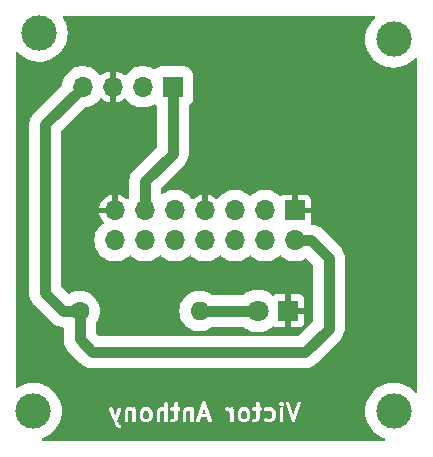
<source format=gbr>
%TF.GenerationSoftware,KiCad,Pcbnew,8.0.3*%
%TF.CreationDate,2024-11-25T08:52:28-03:00*%
%TF.ProjectId,v2pcb_embarcados,76327063-625f-4656-9d62-61726361646f,rev?*%
%TF.SameCoordinates,Original*%
%TF.FileFunction,Copper,L2,Bot*%
%TF.FilePolarity,Positive*%
%FSLAX46Y46*%
G04 Gerber Fmt 4.6, Leading zero omitted, Abs format (unit mm)*
G04 Created by KiCad (PCBNEW 8.0.3) date 2024-11-25 08:52:28*
%MOMM*%
%LPD*%
G01*
G04 APERTURE LIST*
%ADD10C,0.300000*%
%TA.AperFunction,ComponentPad*%
%ADD11C,1.600000*%
%TD*%
%TA.AperFunction,ComponentPad*%
%ADD12O,1.600000X1.600000*%
%TD*%
%TA.AperFunction,ComponentPad*%
%ADD13R,1.700000X1.700000*%
%TD*%
%TA.AperFunction,ComponentPad*%
%ADD14O,1.700000X1.700000*%
%TD*%
%TA.AperFunction,ComponentPad*%
%ADD15R,1.800000X1.800000*%
%TD*%
%TA.AperFunction,ComponentPad*%
%ADD16C,1.800000*%
%TD*%
%TA.AperFunction,ViaPad*%
%ADD17C,3.000000*%
%TD*%
%TA.AperFunction,Conductor*%
%ADD18C,0.900000*%
%TD*%
G04 APERTURE END LIST*
D10*
G36*
X86710528Y-124991680D02*
G01*
X86749194Y-125028671D01*
X86795689Y-125118222D01*
X86797940Y-125475855D01*
X86754637Y-125565867D01*
X86717646Y-125604532D01*
X86627750Y-125651206D01*
X86483978Y-125652908D01*
X86394736Y-125609975D01*
X86356074Y-125572987D01*
X86309576Y-125483432D01*
X86307325Y-125125800D01*
X86350627Y-125035789D01*
X86387619Y-124997124D01*
X86477517Y-124950449D01*
X86621287Y-124948747D01*
X86710528Y-124991680D01*
G37*
G36*
X94996242Y-124991680D02*
G01*
X95034908Y-125028671D01*
X95081403Y-125118222D01*
X95083654Y-125475855D01*
X95040351Y-125565867D01*
X95003360Y-125604532D01*
X94913464Y-125651206D01*
X94769692Y-125652908D01*
X94680450Y-125609975D01*
X94641788Y-125572987D01*
X94595290Y-125483432D01*
X94593039Y-125125800D01*
X94636341Y-125035789D01*
X94673333Y-124997124D01*
X94763231Y-124950449D01*
X94907001Y-124948747D01*
X94996242Y-124991680D01*
G37*
G36*
X91596526Y-125223055D02*
G01*
X91294564Y-125224226D01*
X91444839Y-124770696D01*
X91596526Y-125223055D01*
G37*
G36*
X99832408Y-126616317D02*
G01*
X83273290Y-126616317D01*
X83273290Y-124822750D01*
X83439957Y-124822750D01*
X83447086Y-124851278D01*
X83798055Y-125825860D01*
X83798026Y-125828295D01*
X83799872Y-125834661D01*
X83800007Y-125837361D01*
X83801680Y-125840894D01*
X83806218Y-125856537D01*
X83962620Y-126239780D01*
X83963269Y-126240445D01*
X83963626Y-126241306D01*
X83982281Y-126264037D01*
X84057436Y-126335938D01*
X84067809Y-126347899D01*
X84074032Y-126351816D01*
X84076441Y-126354121D01*
X84080102Y-126355637D01*
X84092694Y-126363564D01*
X84263015Y-126445502D01*
X84321395Y-126449650D01*
X84376918Y-126431142D01*
X84421133Y-126392795D01*
X84447307Y-126340446D01*
X84451455Y-126282066D01*
X84432947Y-126226544D01*
X84394601Y-126182329D01*
X84369715Y-126166664D01*
X84251879Y-126109975D01*
X84217243Y-126076839D01*
X84104611Y-125800848D01*
X84382894Y-125015114D01*
X84724062Y-125015114D01*
X84726944Y-125830092D01*
X84749342Y-125884164D01*
X84790726Y-125925548D01*
X84844798Y-125947946D01*
X84903326Y-125947946D01*
X84957398Y-125925548D01*
X84998782Y-125884164D01*
X85021180Y-125830092D01*
X85024062Y-125800828D01*
X85021423Y-125054762D01*
X85055369Y-124984199D01*
X85120374Y-124950449D01*
X85264144Y-124948747D01*
X85353385Y-124991680D01*
X85367491Y-125005174D01*
X85369801Y-125830092D01*
X85392199Y-125884164D01*
X85433583Y-125925548D01*
X85487655Y-125947946D01*
X85546183Y-125947946D01*
X85600255Y-125925548D01*
X85641639Y-125884164D01*
X85664037Y-125830092D01*
X85666919Y-125800828D01*
X85664919Y-125086542D01*
X86009776Y-125086542D01*
X86012329Y-125492225D01*
X86010954Y-125496353D01*
X86012491Y-125517992D01*
X86012658Y-125544378D01*
X86014721Y-125549358D01*
X86015103Y-125554733D01*
X86025612Y-125582196D01*
X86099623Y-125724742D01*
X86106484Y-125741305D01*
X86111218Y-125747074D01*
X86112706Y-125749939D01*
X86115700Y-125752536D01*
X86125138Y-125764036D01*
X86200291Y-125835937D01*
X86210666Y-125847899D01*
X86216889Y-125851816D01*
X86219297Y-125854120D01*
X86222956Y-125855635D01*
X86235551Y-125863564D01*
X86360076Y-125923470D01*
X86362154Y-125925548D01*
X86378276Y-125932226D01*
X86405872Y-125945502D01*
X86411247Y-125945883D01*
X86416226Y-125947946D01*
X86445490Y-125950828D01*
X86637723Y-125948553D01*
X86641014Y-125949650D01*
X86660192Y-125948287D01*
X86689040Y-125947946D01*
X86694018Y-125945883D01*
X86699394Y-125945502D01*
X86726858Y-125934992D01*
X86869399Y-125860983D01*
X86885968Y-125854121D01*
X86891738Y-125849385D01*
X86894601Y-125847899D01*
X86897197Y-125844905D01*
X86908699Y-125835466D01*
X86980600Y-125760310D01*
X86992561Y-125749938D01*
X86996478Y-125743714D01*
X86998783Y-125741306D01*
X87000299Y-125737644D01*
X87008226Y-125725053D01*
X87068132Y-125600527D01*
X87070210Y-125598450D01*
X87076888Y-125582327D01*
X87090164Y-125554732D01*
X87090545Y-125549356D01*
X87092608Y-125544378D01*
X87095490Y-125515114D01*
X87092936Y-125109431D01*
X87094312Y-125105304D01*
X87092774Y-125083658D01*
X87092608Y-125057278D01*
X87090545Y-125052299D01*
X87090164Y-125046924D01*
X87079654Y-125019461D01*
X87077397Y-125015114D01*
X87438348Y-125015114D01*
X87441230Y-125830092D01*
X87463628Y-125884164D01*
X87505012Y-125925548D01*
X87559084Y-125947946D01*
X87617612Y-125947946D01*
X87671684Y-125925548D01*
X87713068Y-125884164D01*
X87735466Y-125830092D01*
X87738348Y-125800828D01*
X87735709Y-125054762D01*
X87769655Y-124984199D01*
X87834660Y-124950449D01*
X87978430Y-124948747D01*
X88067671Y-124991680D01*
X88082533Y-125005898D01*
X88084087Y-125830092D01*
X88106485Y-125884164D01*
X88147869Y-125925548D01*
X88201941Y-125947946D01*
X88260469Y-125947946D01*
X88314541Y-125925548D01*
X88355925Y-125884164D01*
X88378323Y-125830092D01*
X88381205Y-125800828D01*
X88379265Y-124771564D01*
X88584087Y-124771564D01*
X88584087Y-124830092D01*
X88606485Y-124884164D01*
X88647869Y-124925548D01*
X88701941Y-124947946D01*
X88731205Y-124950828D01*
X88939770Y-124949827D01*
X88941078Y-125546701D01*
X88907038Y-125617457D01*
X88841723Y-125651369D01*
X88701941Y-125653710D01*
X88647869Y-125676108D01*
X88606485Y-125717492D01*
X88584087Y-125771564D01*
X88584087Y-125830092D01*
X88606485Y-125884164D01*
X88647869Y-125925548D01*
X88701941Y-125947946D01*
X88731205Y-125950828D01*
X88852729Y-125948793D01*
X88855300Y-125949650D01*
X88871869Y-125948472D01*
X88903326Y-125947946D01*
X88908304Y-125945883D01*
X88913680Y-125945502D01*
X88941144Y-125934992D01*
X89077034Y-125864437D01*
X89091203Y-125859714D01*
X89098768Y-125853152D01*
X89108887Y-125847899D01*
X89121209Y-125833690D01*
X89135418Y-125821368D01*
X89144740Y-125806558D01*
X89147233Y-125803684D01*
X89148002Y-125801376D01*
X89151083Y-125796482D01*
X89210991Y-125671954D01*
X89213068Y-125669878D01*
X89219744Y-125653760D01*
X89233022Y-125626161D01*
X89233404Y-125620783D01*
X89235466Y-125615806D01*
X89238348Y-125586542D01*
X89237095Y-125015114D01*
X89652634Y-125015114D01*
X89655516Y-125830092D01*
X89677914Y-125884164D01*
X89719298Y-125925548D01*
X89773370Y-125947946D01*
X89831898Y-125947946D01*
X89885970Y-125925548D01*
X89927354Y-125884164D01*
X89949752Y-125830092D01*
X89952634Y-125800828D01*
X89949995Y-125054762D01*
X89983941Y-124984199D01*
X90048946Y-124950449D01*
X90192716Y-124948747D01*
X90281957Y-124991680D01*
X90296063Y-125005174D01*
X90298373Y-125830092D01*
X90320771Y-125884164D01*
X90362155Y-125925548D01*
X90416227Y-125947946D01*
X90474755Y-125947946D01*
X90528827Y-125925548D01*
X90570211Y-125884164D01*
X90592609Y-125830092D01*
X90595491Y-125800828D01*
X90595438Y-125782067D01*
X90796668Y-125782067D01*
X90800817Y-125840448D01*
X90826991Y-125892795D01*
X90871205Y-125931142D01*
X90926729Y-125949650D01*
X90985110Y-125945501D01*
X91037457Y-125919327D01*
X91075804Y-125875113D01*
X91087792Y-125848262D01*
X91195950Y-125521839D01*
X91696065Y-125519901D01*
X91815176Y-125875113D01*
X91853523Y-125919328D01*
X91905871Y-125945501D01*
X91964251Y-125949651D01*
X92019775Y-125931142D01*
X92063989Y-125892795D01*
X92090163Y-125840448D01*
X92094313Y-125782068D01*
X92087793Y-125753394D01*
X91758562Y-124771564D01*
X93226943Y-124771564D01*
X93226943Y-124830092D01*
X93249341Y-124884164D01*
X93290725Y-124925548D01*
X93344797Y-124947946D01*
X93374061Y-124950828D01*
X93479097Y-124949069D01*
X93567672Y-124991681D01*
X93606336Y-125028671D01*
X93653525Y-125119557D01*
X93655515Y-125830092D01*
X93677913Y-125884164D01*
X93719297Y-125925548D01*
X93773369Y-125947946D01*
X93831897Y-125947946D01*
X93885969Y-125925548D01*
X93927353Y-125884164D01*
X93949751Y-125830092D01*
X93952633Y-125800828D01*
X93950691Y-125107592D01*
X93951455Y-125105303D01*
X93950653Y-125094031D01*
X93950632Y-125086542D01*
X94295490Y-125086542D01*
X94298043Y-125492225D01*
X94296668Y-125496353D01*
X94298205Y-125517992D01*
X94298372Y-125544378D01*
X94300435Y-125549358D01*
X94300817Y-125554733D01*
X94311326Y-125582196D01*
X94385337Y-125724742D01*
X94392198Y-125741305D01*
X94396932Y-125747074D01*
X94398420Y-125749939D01*
X94401414Y-125752536D01*
X94410852Y-125764036D01*
X94486005Y-125835937D01*
X94496380Y-125847899D01*
X94502603Y-125851816D01*
X94505011Y-125854120D01*
X94508670Y-125855635D01*
X94521265Y-125863564D01*
X94645790Y-125923470D01*
X94647868Y-125925548D01*
X94663990Y-125932226D01*
X94691586Y-125945502D01*
X94696961Y-125945883D01*
X94701940Y-125947946D01*
X94731204Y-125950828D01*
X94923437Y-125948553D01*
X94926728Y-125949650D01*
X94945906Y-125948287D01*
X94974754Y-125947946D01*
X94979732Y-125945883D01*
X94985108Y-125945502D01*
X95012572Y-125934992D01*
X95155113Y-125860983D01*
X95171682Y-125854121D01*
X95177452Y-125849385D01*
X95180315Y-125847899D01*
X95182911Y-125844905D01*
X95194413Y-125835466D01*
X95266314Y-125760310D01*
X95278275Y-125749938D01*
X95282192Y-125743714D01*
X95284497Y-125741306D01*
X95286013Y-125737644D01*
X95293940Y-125725053D01*
X95353846Y-125600527D01*
X95355924Y-125598450D01*
X95362602Y-125582327D01*
X95375878Y-125554732D01*
X95376259Y-125549356D01*
X95378322Y-125544378D01*
X95381204Y-125515114D01*
X95378650Y-125109431D01*
X95380026Y-125105304D01*
X95378488Y-125083658D01*
X95378322Y-125057278D01*
X95376259Y-125052299D01*
X95375878Y-125046924D01*
X95365368Y-125019461D01*
X95291359Y-124876918D01*
X95284496Y-124860349D01*
X95279760Y-124854578D01*
X95278275Y-124851718D01*
X95275283Y-124849123D01*
X95265841Y-124837618D01*
X95196797Y-124771564D01*
X95512658Y-124771564D01*
X95512658Y-124830092D01*
X95535056Y-124884164D01*
X95576440Y-124925548D01*
X95630512Y-124947946D01*
X95659776Y-124950828D01*
X95868341Y-124949827D01*
X95869649Y-125546701D01*
X95835609Y-125617457D01*
X95770294Y-125651369D01*
X95630512Y-125653710D01*
X95576440Y-125676108D01*
X95535056Y-125717492D01*
X95512658Y-125771564D01*
X95512658Y-125830092D01*
X95535056Y-125884164D01*
X95576440Y-125925548D01*
X95630512Y-125947946D01*
X95659776Y-125950828D01*
X95781300Y-125948793D01*
X95783871Y-125949650D01*
X95800440Y-125948472D01*
X95831897Y-125947946D01*
X95836875Y-125945883D01*
X95842251Y-125945502D01*
X95869715Y-125934992D01*
X96005605Y-125864437D01*
X96019774Y-125859714D01*
X96027339Y-125853152D01*
X96037458Y-125847899D01*
X96049780Y-125833690D01*
X96063989Y-125821368D01*
X96073311Y-125806558D01*
X96075804Y-125803684D01*
X96076573Y-125801376D01*
X96079654Y-125796482D01*
X96139562Y-125671954D01*
X96141639Y-125669878D01*
X96148315Y-125653760D01*
X96161593Y-125626161D01*
X96161975Y-125620783D01*
X96164037Y-125615806D01*
X96166919Y-125586542D01*
X96165520Y-124948401D01*
X96260468Y-124947946D01*
X96314540Y-124925548D01*
X96355924Y-124884164D01*
X96368627Y-124853496D01*
X96510954Y-124853496D01*
X96515103Y-124911876D01*
X96541277Y-124964225D01*
X96585492Y-125002572D01*
X96641015Y-125021079D01*
X96699395Y-125016930D01*
X96726858Y-125006421D01*
X96834491Y-124950536D01*
X97049487Y-124948569D01*
X97139099Y-124991680D01*
X97177765Y-125028671D01*
X97224260Y-125118222D01*
X97226511Y-125475855D01*
X97183208Y-125565867D01*
X97146217Y-125604532D01*
X97056490Y-125651119D01*
X96841492Y-125653086D01*
X96699394Y-125584726D01*
X96641014Y-125580578D01*
X96585492Y-125599086D01*
X96541277Y-125637433D01*
X96515102Y-125689782D01*
X96510954Y-125748162D01*
X96529462Y-125803684D01*
X96567809Y-125847899D01*
X96592694Y-125863564D01*
X96717219Y-125923470D01*
X96719297Y-125925548D01*
X96735419Y-125932226D01*
X96763015Y-125945502D01*
X96768390Y-125945883D01*
X96773369Y-125947946D01*
X96802633Y-125950828D01*
X97065892Y-125948419D01*
X97069585Y-125949650D01*
X97090013Y-125948198D01*
X97117611Y-125947946D01*
X97122589Y-125945883D01*
X97127965Y-125945502D01*
X97155429Y-125934992D01*
X97297970Y-125860983D01*
X97314539Y-125854121D01*
X97320309Y-125849385D01*
X97323172Y-125847899D01*
X97325768Y-125844905D01*
X97337270Y-125835466D01*
X97409171Y-125760310D01*
X97421132Y-125749938D01*
X97425049Y-125743714D01*
X97427354Y-125741306D01*
X97428870Y-125737644D01*
X97436797Y-125725053D01*
X97496703Y-125600527D01*
X97498781Y-125598450D01*
X97505459Y-125582327D01*
X97518735Y-125554732D01*
X97519116Y-125549356D01*
X97521179Y-125544378D01*
X97524061Y-125515114D01*
X97521507Y-125109431D01*
X97522883Y-125105304D01*
X97521345Y-125083658D01*
X97521179Y-125057278D01*
X97519116Y-125052299D01*
X97518735Y-125046924D01*
X97508225Y-125019461D01*
X97434216Y-124876918D01*
X97427353Y-124860349D01*
X97422617Y-124854578D01*
X97421132Y-124851718D01*
X97418140Y-124849123D01*
X97408698Y-124837618D01*
X97370243Y-124800828D01*
X97866919Y-124800828D01*
X97869801Y-125830092D01*
X97892199Y-125884164D01*
X97933583Y-125925548D01*
X97987655Y-125947946D01*
X98046183Y-125947946D01*
X98100255Y-125925548D01*
X98141639Y-125884164D01*
X98164037Y-125830092D01*
X98166919Y-125800828D01*
X98164037Y-124771564D01*
X98141639Y-124717492D01*
X98100255Y-124676108D01*
X98046183Y-124653710D01*
X97987655Y-124653710D01*
X97933583Y-124676108D01*
X97892199Y-124717492D01*
X97869801Y-124771564D01*
X97866919Y-124800828D01*
X97370243Y-124800828D01*
X97333551Y-124765725D01*
X97323172Y-124753758D01*
X97316943Y-124749837D01*
X97314538Y-124747536D01*
X97310881Y-124746021D01*
X97298286Y-124738093D01*
X97173761Y-124678186D01*
X97171683Y-124676108D01*
X97155551Y-124669426D01*
X97127966Y-124656155D01*
X97122591Y-124655773D01*
X97117611Y-124653710D01*
X97088347Y-124650828D01*
X96825086Y-124653236D01*
X96821394Y-124652006D01*
X96800970Y-124653457D01*
X96773369Y-124653710D01*
X96768388Y-124655773D01*
X96763014Y-124656155D01*
X96735550Y-124666664D01*
X96567808Y-124753758D01*
X96529461Y-124797973D01*
X96510954Y-124853496D01*
X96368627Y-124853496D01*
X96378322Y-124830092D01*
X96378322Y-124771564D01*
X96355924Y-124717492D01*
X96314540Y-124676108D01*
X96260468Y-124653710D01*
X96231204Y-124650828D01*
X96164868Y-124651146D01*
X96164193Y-124342995D01*
X97798372Y-124342995D01*
X97798372Y-124401521D01*
X97803716Y-124414421D01*
X97820769Y-124455592D01*
X97820770Y-124455593D01*
X97839425Y-124478324D01*
X97933583Y-124568405D01*
X97933584Y-124568406D01*
X97965258Y-124581525D01*
X97987655Y-124590803D01*
X97987656Y-124590803D01*
X97987657Y-124590803D01*
X98046182Y-124590803D01*
X98046183Y-124590803D01*
X98068580Y-124581525D01*
X98100254Y-124568406D01*
X98122985Y-124549751D01*
X98213068Y-124455593D01*
X98235464Y-124401520D01*
X98235464Y-124384162D01*
X98235465Y-124342995D01*
X98225770Y-124319589D01*
X98368096Y-124319589D01*
X98374616Y-124348262D01*
X98871509Y-125830098D01*
X98872245Y-125840448D01*
X98880548Y-125857055D01*
X98886604Y-125875113D01*
X98893626Y-125883210D01*
X98898419Y-125892795D01*
X98912625Y-125905116D01*
X98924951Y-125919328D01*
X98934538Y-125924121D01*
X98942633Y-125931142D01*
X98960475Y-125937089D01*
X98977299Y-125945501D01*
X98987989Y-125946260D01*
X98998157Y-125949650D01*
X99016913Y-125948317D01*
X99035679Y-125949651D01*
X99045849Y-125946260D01*
X99056538Y-125945501D01*
X99073359Y-125937090D01*
X99091203Y-125931142D01*
X99099299Y-125924119D01*
X99108885Y-125919327D01*
X99121208Y-125905118D01*
X99135417Y-125892795D01*
X99140209Y-125883209D01*
X99147232Y-125875113D01*
X99159220Y-125848262D01*
X99665741Y-124319588D01*
X99661591Y-124261208D01*
X99635417Y-124208861D01*
X99591203Y-124170514D01*
X99535679Y-124152005D01*
X99477299Y-124156155D01*
X99424951Y-124182328D01*
X99386604Y-124226543D01*
X99374616Y-124253394D01*
X99017568Y-125330959D01*
X98647232Y-124226543D01*
X98608885Y-124182329D01*
X98556538Y-124156155D01*
X98498157Y-124152006D01*
X98442633Y-124170514D01*
X98398419Y-124208861D01*
X98372245Y-124261208D01*
X98368096Y-124319589D01*
X98225770Y-124319589D01*
X98213068Y-124288922D01*
X98194414Y-124266192D01*
X98100255Y-124176108D01*
X98100254Y-124176107D01*
X98068580Y-124162987D01*
X98046183Y-124153710D01*
X97987655Y-124153710D01*
X97965258Y-124162987D01*
X97933584Y-124176107D01*
X97910853Y-124194762D01*
X97820769Y-124288922D01*
X97815838Y-124300828D01*
X97798372Y-124342995D01*
X96164193Y-124342995D01*
X96164037Y-124271564D01*
X96141639Y-124217492D01*
X96100255Y-124176108D01*
X96046183Y-124153710D01*
X95987655Y-124153710D01*
X95933583Y-124176108D01*
X95892199Y-124217492D01*
X95869801Y-124271564D01*
X95866919Y-124300828D01*
X95867689Y-124652572D01*
X95630512Y-124653710D01*
X95576440Y-124676108D01*
X95535056Y-124717492D01*
X95512658Y-124771564D01*
X95196797Y-124771564D01*
X95190694Y-124765725D01*
X95180315Y-124753758D01*
X95174086Y-124749837D01*
X95171681Y-124747536D01*
X95168024Y-124746021D01*
X95155429Y-124738093D01*
X95030904Y-124678186D01*
X95028826Y-124676108D01*
X95012694Y-124669426D01*
X94985109Y-124656155D01*
X94979734Y-124655773D01*
X94974754Y-124653710D01*
X94945490Y-124650828D01*
X94753255Y-124653102D01*
X94749965Y-124652006D01*
X94730792Y-124653368D01*
X94701940Y-124653710D01*
X94696959Y-124655773D01*
X94691585Y-124656155D01*
X94664121Y-124666664D01*
X94521578Y-124740674D01*
X94505011Y-124747536D01*
X94499239Y-124752272D01*
X94496379Y-124753758D01*
X94493783Y-124756750D01*
X94482281Y-124766191D01*
X94410384Y-124841340D01*
X94398420Y-124851717D01*
X94394501Y-124857942D01*
X94392198Y-124860350D01*
X94390682Y-124864009D01*
X94382755Y-124876603D01*
X94322848Y-125001127D01*
X94320770Y-125003206D01*
X94314088Y-125019337D01*
X94300817Y-125046923D01*
X94300435Y-125052297D01*
X94298372Y-125057278D01*
X94295490Y-125086542D01*
X93950632Y-125086542D01*
X93949751Y-124771564D01*
X93927353Y-124717492D01*
X93885969Y-124676108D01*
X93831897Y-124653710D01*
X93773369Y-124653710D01*
X93719297Y-124676108D01*
X93679901Y-124715503D01*
X93602330Y-124678184D01*
X93600254Y-124676108D01*
X93584136Y-124669431D01*
X93556537Y-124656154D01*
X93551159Y-124655771D01*
X93546182Y-124653710D01*
X93516918Y-124650828D01*
X93344797Y-124653710D01*
X93290725Y-124676108D01*
X93249341Y-124717492D01*
X93226943Y-124771564D01*
X91758562Y-124771564D01*
X91590898Y-124271558D01*
X91590163Y-124261208D01*
X91581859Y-124244600D01*
X91575804Y-124226543D01*
X91568781Y-124218446D01*
X91563989Y-124208861D01*
X91549780Y-124196537D01*
X91537457Y-124182329D01*
X91527871Y-124177536D01*
X91519775Y-124170514D01*
X91501931Y-124164565D01*
X91485110Y-124156155D01*
X91474421Y-124155395D01*
X91464251Y-124152005D01*
X91445485Y-124153338D01*
X91426729Y-124152006D01*
X91416561Y-124155395D01*
X91405871Y-124156155D01*
X91389047Y-124164566D01*
X91371205Y-124170514D01*
X91363110Y-124177534D01*
X91353523Y-124182328D01*
X91341197Y-124196539D01*
X91326991Y-124208861D01*
X91322198Y-124218445D01*
X91315176Y-124226543D01*
X91303188Y-124253394D01*
X90945845Y-125331850D01*
X90941230Y-125342993D01*
X90941230Y-125345780D01*
X90796668Y-125782067D01*
X90595438Y-125782067D01*
X90592609Y-124771564D01*
X90570211Y-124717492D01*
X90528827Y-124676108D01*
X90474755Y-124653710D01*
X90416227Y-124653710D01*
X90362155Y-124676108D01*
X90345960Y-124692302D01*
X90316619Y-124678186D01*
X90314541Y-124676108D01*
X90298409Y-124669426D01*
X90270824Y-124656155D01*
X90265449Y-124655773D01*
X90260469Y-124653710D01*
X90231205Y-124650828D01*
X90038970Y-124653102D01*
X90035680Y-124652006D01*
X90016507Y-124653368D01*
X89987655Y-124653710D01*
X89982674Y-124655773D01*
X89977300Y-124656155D01*
X89949836Y-124666664D01*
X89813945Y-124737220D01*
X89799778Y-124741943D01*
X89792212Y-124748504D01*
X89782094Y-124753758D01*
X89769770Y-124767967D01*
X89755563Y-124780289D01*
X89746243Y-124795094D01*
X89743747Y-124797973D01*
X89742976Y-124800284D01*
X89739898Y-124805175D01*
X89679991Y-124929700D01*
X89677914Y-124931778D01*
X89671235Y-124947900D01*
X89657960Y-124975496D01*
X89657578Y-124980871D01*
X89655516Y-124985850D01*
X89652634Y-125015114D01*
X89237095Y-125015114D01*
X89236949Y-124948401D01*
X89331897Y-124947946D01*
X89385969Y-124925548D01*
X89427353Y-124884164D01*
X89449751Y-124830092D01*
X89449751Y-124771564D01*
X89427353Y-124717492D01*
X89385969Y-124676108D01*
X89331897Y-124653710D01*
X89302633Y-124650828D01*
X89236297Y-124651146D01*
X89235466Y-124271564D01*
X89213068Y-124217492D01*
X89171684Y-124176108D01*
X89117612Y-124153710D01*
X89059084Y-124153710D01*
X89005012Y-124176108D01*
X88963628Y-124217492D01*
X88941230Y-124271564D01*
X88938348Y-124300828D01*
X88939118Y-124652572D01*
X88701941Y-124653710D01*
X88647869Y-124676108D01*
X88606485Y-124717492D01*
X88584087Y-124771564D01*
X88379265Y-124771564D01*
X88378323Y-124271564D01*
X88355925Y-124217492D01*
X88314541Y-124176108D01*
X88260469Y-124153710D01*
X88201941Y-124153710D01*
X88147869Y-124176108D01*
X88106485Y-124217492D01*
X88084087Y-124271564D01*
X88081205Y-124300828D01*
X88081897Y-124668355D01*
X88056538Y-124656155D01*
X88051163Y-124655773D01*
X88046183Y-124653710D01*
X88016919Y-124650828D01*
X87824684Y-124653102D01*
X87821394Y-124652006D01*
X87802221Y-124653368D01*
X87773369Y-124653710D01*
X87768388Y-124655773D01*
X87763014Y-124656155D01*
X87735550Y-124666664D01*
X87599659Y-124737220D01*
X87585492Y-124741943D01*
X87577926Y-124748504D01*
X87567808Y-124753758D01*
X87555484Y-124767967D01*
X87541277Y-124780289D01*
X87531957Y-124795094D01*
X87529461Y-124797973D01*
X87528690Y-124800284D01*
X87525612Y-124805175D01*
X87465705Y-124929700D01*
X87463628Y-124931778D01*
X87456949Y-124947900D01*
X87443674Y-124975496D01*
X87443292Y-124980871D01*
X87441230Y-124985850D01*
X87438348Y-125015114D01*
X87077397Y-125015114D01*
X87005645Y-124876918D01*
X86998782Y-124860349D01*
X86994046Y-124854578D01*
X86992561Y-124851718D01*
X86989569Y-124849123D01*
X86980127Y-124837618D01*
X86904980Y-124765725D01*
X86894601Y-124753758D01*
X86888372Y-124749837D01*
X86885967Y-124747536D01*
X86882310Y-124746021D01*
X86869715Y-124738093D01*
X86745190Y-124678186D01*
X86743112Y-124676108D01*
X86726980Y-124669426D01*
X86699395Y-124656155D01*
X86694020Y-124655773D01*
X86689040Y-124653710D01*
X86659776Y-124650828D01*
X86467541Y-124653102D01*
X86464251Y-124652006D01*
X86445078Y-124653368D01*
X86416226Y-124653710D01*
X86411245Y-124655773D01*
X86405871Y-124656155D01*
X86378407Y-124666664D01*
X86235864Y-124740674D01*
X86219297Y-124747536D01*
X86213525Y-124752272D01*
X86210665Y-124753758D01*
X86208069Y-124756750D01*
X86196567Y-124766191D01*
X86124670Y-124841340D01*
X86112706Y-124851717D01*
X86108787Y-124857942D01*
X86106484Y-124860350D01*
X86104968Y-124864009D01*
X86097041Y-124876603D01*
X86037134Y-125001127D01*
X86035056Y-125003206D01*
X86028374Y-125019337D01*
X86015103Y-125046923D01*
X86014721Y-125052297D01*
X86012658Y-125057278D01*
X86009776Y-125086542D01*
X85664919Y-125086542D01*
X85664037Y-124771564D01*
X85641639Y-124717492D01*
X85600255Y-124676108D01*
X85546183Y-124653710D01*
X85487655Y-124653710D01*
X85433583Y-124676108D01*
X85417388Y-124692302D01*
X85388047Y-124678186D01*
X85385969Y-124676108D01*
X85369837Y-124669426D01*
X85342252Y-124656155D01*
X85336877Y-124655773D01*
X85331897Y-124653710D01*
X85302633Y-124650828D01*
X85110398Y-124653102D01*
X85107108Y-124652006D01*
X85087935Y-124653368D01*
X85059083Y-124653710D01*
X85054102Y-124655773D01*
X85048728Y-124656155D01*
X85021264Y-124666664D01*
X84885373Y-124737220D01*
X84871206Y-124741943D01*
X84863640Y-124748504D01*
X84853522Y-124753758D01*
X84841198Y-124767967D01*
X84826991Y-124780289D01*
X84817671Y-124795094D01*
X84815175Y-124797973D01*
X84814404Y-124800284D01*
X84811326Y-124805175D01*
X84751419Y-124929700D01*
X84749342Y-124931778D01*
X84742663Y-124947900D01*
X84729388Y-124975496D01*
X84729006Y-124980871D01*
X84726944Y-124985850D01*
X84724062Y-125015114D01*
X84382894Y-125015114D01*
X84451023Y-124822750D01*
X84448116Y-124764295D01*
X84423062Y-124711403D01*
X84379673Y-124672123D01*
X84324555Y-124652438D01*
X84266100Y-124655345D01*
X84213208Y-124680399D01*
X84173928Y-124723788D01*
X84161372Y-124750378D01*
X83945812Y-125359014D01*
X83717052Y-124723788D01*
X83677772Y-124680399D01*
X83624880Y-124655345D01*
X83566425Y-124652438D01*
X83511307Y-124672123D01*
X83467918Y-124711403D01*
X83442864Y-124764295D01*
X83439957Y-124822750D01*
X83273290Y-124822750D01*
X83273290Y-123985338D01*
X99832408Y-123985338D01*
X99832408Y-126616317D01*
G37*
D11*
%TO.P,R1,1*%
%TO.N,+5V*%
X80920000Y-116500000D03*
D12*
%TO.P,R1,2*%
%TO.N,Net-(D1-A)*%
X91080000Y-116500000D03*
%TD*%
D13*
%TO.P,J1,1,Pin_1*%
%TO.N,GP16*%
X88800000Y-97525000D03*
D14*
%TO.P,J1,2,Pin_2*%
%TO.N,GP17*%
X86260000Y-97525000D03*
%TO.P,J1,3,Pin_3*%
%TO.N,GND*%
X83720000Y-97525000D03*
%TO.P,J1,4,Pin_4*%
%TO.N,+5V*%
X81180000Y-97525000D03*
%TD*%
D13*
%TO.P,J2,1,Pin_1*%
%TO.N,GND*%
X99160000Y-108000000D03*
D14*
%TO.P,J2,2,Pin_2*%
%TO.N,+5V*%
X99160000Y-110540000D03*
%TO.P,J2,3,Pin_3*%
%TO.N,+3.3V*%
X96620000Y-108000000D03*
%TO.P,J2,4,Pin_4*%
%TO.N,GP10*%
X96620000Y-110540000D03*
%TO.P,J2,5,Pin_5*%
%TO.N,GP28*%
X94080000Y-108000000D03*
%TO.P,J2,6,Pin_6*%
%TO.N,GP09*%
X94080000Y-110540000D03*
%TO.P,J2,7,Pin_7*%
%TO.N,GND*%
X91540000Y-108000000D03*
%TO.P,J2,8,Pin_8*%
%TO.N,GP04*%
X91540000Y-110540000D03*
%TO.P,J2,9,Pin_9*%
%TO.N,GP17*%
X89000000Y-108000000D03*
%TO.P,J2,10,Pin_10*%
%TO.N,GP20*%
X89000000Y-110540000D03*
%TO.P,J2,11,Pin_11*%
%TO.N,GP16*%
X86460000Y-108000000D03*
%TO.P,J2,12,Pin_12*%
%TO.N,GP19*%
X86460000Y-110540000D03*
%TO.P,J2,13,Pin_13*%
%TO.N,GND*%
X83920000Y-108000000D03*
%TO.P,J2,14,Pin_14*%
%TO.N,GP18*%
X83920000Y-110540000D03*
%TD*%
D15*
%TO.P,D1,1,K*%
%TO.N,GND*%
X98540000Y-116500000D03*
D16*
%TO.P,D1,2,A*%
%TO.N,Net-(D1-A)*%
X96000000Y-116500000D03*
%TD*%
D17*
%TO.N,*%
X107500000Y-125000000D03*
X107500000Y-93500000D03*
X77500000Y-93000000D03*
X77000000Y-125000000D03*
%TD*%
D18*
%TO.N,Net-(D1-A)*%
X91080000Y-116500000D02*
X96000000Y-116500000D01*
%TO.N,GP16*%
X86460000Y-105540000D02*
X86460000Y-108000000D01*
X88800000Y-97525000D02*
X88800000Y-103200000D01*
X88800000Y-103200000D02*
X86460000Y-105540000D01*
%TO.N,+5V*%
X102000000Y-112000000D02*
X102000000Y-118000000D01*
X99160000Y-110540000D02*
X100540000Y-110540000D01*
X100540000Y-110540000D02*
X102000000Y-112000000D01*
X80920000Y-118920000D02*
X80920000Y-116500000D01*
X100000000Y-120000000D02*
X82000000Y-120000000D01*
X79500000Y-116500000D02*
X80920000Y-116500000D01*
X102000000Y-118000000D02*
X100000000Y-120000000D01*
X81180000Y-97525000D02*
X78000000Y-100705000D01*
X78000000Y-115000000D02*
X79500000Y-116500000D01*
X82000000Y-120000000D02*
X80920000Y-118920000D01*
X78000000Y-100705000D02*
X78000000Y-115000000D01*
%TD*%
%TA.AperFunction,Conductor*%
%TO.N,GND*%
G36*
X83970000Y-98855633D02*
G01*
X84183483Y-98798433D01*
X84183492Y-98798429D01*
X84397578Y-98698600D01*
X84591078Y-98563109D01*
X84636393Y-98517794D01*
X84697716Y-98484308D01*
X84767407Y-98489292D01*
X84821019Y-98528159D01*
X84947528Y-98686796D01*
X84973198Y-98718985D01*
X85120471Y-98855633D01*
X85165521Y-98897433D01*
X85382296Y-99045228D01*
X85382301Y-99045230D01*
X85382302Y-99045231D01*
X85382303Y-99045232D01*
X85507843Y-99105688D01*
X85618673Y-99159061D01*
X85618674Y-99159061D01*
X85618677Y-99159063D01*
X85869385Y-99236396D01*
X86128818Y-99275500D01*
X86391182Y-99275500D01*
X86650615Y-99236396D01*
X86901323Y-99159063D01*
X87137704Y-99045228D01*
X87174990Y-99019806D01*
X87241466Y-98998305D01*
X87309017Y-99016157D01*
X87322877Y-99025893D01*
X87403535Y-99091208D01*
X87443247Y-99148694D01*
X87449500Y-99187574D01*
X87449500Y-102589242D01*
X87429815Y-102656281D01*
X87413181Y-102676923D01*
X85429894Y-104660209D01*
X85429890Y-104660213D01*
X85304951Y-104832179D01*
X85208444Y-105021585D01*
X85142753Y-105223760D01*
X85109500Y-105433713D01*
X85109500Y-106842500D01*
X85089815Y-106909539D01*
X85082447Y-106919812D01*
X85021022Y-106996837D01*
X84963834Y-107036978D01*
X84894023Y-107039828D01*
X84836394Y-107007206D01*
X84791082Y-106961894D01*
X84597578Y-106826399D01*
X84383492Y-106726570D01*
X84383486Y-106726567D01*
X84170000Y-106669364D01*
X84170000Y-107566988D01*
X84112993Y-107534075D01*
X83985826Y-107500000D01*
X83854174Y-107500000D01*
X83727007Y-107534075D01*
X83670000Y-107566988D01*
X83670000Y-106669364D01*
X83669999Y-106669364D01*
X83456513Y-106726567D01*
X83456507Y-106726570D01*
X83242422Y-106826399D01*
X83242420Y-106826400D01*
X83048926Y-106961886D01*
X83048920Y-106961891D01*
X82881891Y-107128920D01*
X82881886Y-107128926D01*
X82746400Y-107322420D01*
X82746399Y-107322422D01*
X82646570Y-107536507D01*
X82646567Y-107536513D01*
X82589364Y-107749999D01*
X82589364Y-107750000D01*
X83486988Y-107750000D01*
X83454075Y-107807007D01*
X83420000Y-107934174D01*
X83420000Y-108065826D01*
X83454075Y-108192993D01*
X83486988Y-108250000D01*
X82589364Y-108250000D01*
X82646567Y-108463486D01*
X82646570Y-108463492D01*
X82746399Y-108677578D01*
X82881894Y-108871082D01*
X82929504Y-108918692D01*
X82962989Y-108980015D01*
X82958005Y-109049707D01*
X82916133Y-109105640D01*
X82911676Y-109108826D01*
X82825525Y-109167563D01*
X82825524Y-109167564D01*
X82633198Y-109346014D01*
X82469614Y-109551143D01*
X82338432Y-109778356D01*
X82242582Y-110022578D01*
X82242576Y-110022597D01*
X82184197Y-110278374D01*
X82184196Y-110278379D01*
X82164592Y-110539995D01*
X82164592Y-110540004D01*
X82184196Y-110801620D01*
X82184197Y-110801625D01*
X82242576Y-111057402D01*
X82242578Y-111057411D01*
X82242580Y-111057416D01*
X82338432Y-111301643D01*
X82469614Y-111528857D01*
X82593143Y-111683757D01*
X82633198Y-111733985D01*
X82734340Y-111827830D01*
X82825521Y-111912433D01*
X83042296Y-112060228D01*
X83042301Y-112060230D01*
X83042302Y-112060231D01*
X83042303Y-112060232D01*
X83167843Y-112120688D01*
X83278673Y-112174061D01*
X83278674Y-112174061D01*
X83278677Y-112174063D01*
X83529385Y-112251396D01*
X83788818Y-112290500D01*
X84051182Y-112290500D01*
X84310615Y-112251396D01*
X84561323Y-112174063D01*
X84760462Y-112078163D01*
X84797696Y-112060232D01*
X84797696Y-112060231D01*
X84797704Y-112060228D01*
X85014479Y-111912433D01*
X85105660Y-111827828D01*
X85168190Y-111796661D01*
X85237647Y-111804248D01*
X85274338Y-111827827D01*
X85365521Y-111912433D01*
X85582296Y-112060228D01*
X85582301Y-112060230D01*
X85582302Y-112060231D01*
X85582303Y-112060232D01*
X85707843Y-112120688D01*
X85818673Y-112174061D01*
X85818674Y-112174061D01*
X85818677Y-112174063D01*
X86069385Y-112251396D01*
X86328818Y-112290500D01*
X86591182Y-112290500D01*
X86850615Y-112251396D01*
X87101323Y-112174063D01*
X87300462Y-112078163D01*
X87337696Y-112060232D01*
X87337696Y-112060231D01*
X87337704Y-112060228D01*
X87554479Y-111912433D01*
X87645660Y-111827828D01*
X87708190Y-111796661D01*
X87777647Y-111804248D01*
X87814338Y-111827827D01*
X87905521Y-111912433D01*
X88122296Y-112060228D01*
X88122301Y-112060230D01*
X88122302Y-112060231D01*
X88122303Y-112060232D01*
X88247843Y-112120688D01*
X88358673Y-112174061D01*
X88358674Y-112174061D01*
X88358677Y-112174063D01*
X88609385Y-112251396D01*
X88868818Y-112290500D01*
X89131182Y-112290500D01*
X89390615Y-112251396D01*
X89641323Y-112174063D01*
X89840462Y-112078163D01*
X89877696Y-112060232D01*
X89877696Y-112060231D01*
X89877704Y-112060228D01*
X90094479Y-111912433D01*
X90185660Y-111827828D01*
X90248190Y-111796661D01*
X90317647Y-111804248D01*
X90354338Y-111827827D01*
X90445521Y-111912433D01*
X90662296Y-112060228D01*
X90662301Y-112060230D01*
X90662302Y-112060231D01*
X90662303Y-112060232D01*
X90787843Y-112120688D01*
X90898673Y-112174061D01*
X90898674Y-112174061D01*
X90898677Y-112174063D01*
X91149385Y-112251396D01*
X91408818Y-112290500D01*
X91671182Y-112290500D01*
X91930615Y-112251396D01*
X92181323Y-112174063D01*
X92380462Y-112078163D01*
X92417696Y-112060232D01*
X92417696Y-112060231D01*
X92417704Y-112060228D01*
X92634479Y-111912433D01*
X92725660Y-111827828D01*
X92788190Y-111796661D01*
X92857647Y-111804248D01*
X92894338Y-111827827D01*
X92985521Y-111912433D01*
X93202296Y-112060228D01*
X93202301Y-112060230D01*
X93202302Y-112060231D01*
X93202303Y-112060232D01*
X93327843Y-112120688D01*
X93438673Y-112174061D01*
X93438674Y-112174061D01*
X93438677Y-112174063D01*
X93689385Y-112251396D01*
X93948818Y-112290500D01*
X94211182Y-112290500D01*
X94470615Y-112251396D01*
X94721323Y-112174063D01*
X94920462Y-112078163D01*
X94957696Y-112060232D01*
X94957696Y-112060231D01*
X94957704Y-112060228D01*
X95174479Y-111912433D01*
X95265660Y-111827828D01*
X95328190Y-111796661D01*
X95397647Y-111804248D01*
X95434338Y-111827827D01*
X95525521Y-111912433D01*
X95742296Y-112060228D01*
X95742301Y-112060230D01*
X95742302Y-112060231D01*
X95742303Y-112060232D01*
X95867843Y-112120688D01*
X95978673Y-112174061D01*
X95978674Y-112174061D01*
X95978677Y-112174063D01*
X96229385Y-112251396D01*
X96488818Y-112290500D01*
X96751182Y-112290500D01*
X97010615Y-112251396D01*
X97261323Y-112174063D01*
X97460462Y-112078163D01*
X97497696Y-112060232D01*
X97497696Y-112060231D01*
X97497704Y-112060228D01*
X97714479Y-111912433D01*
X97805660Y-111827828D01*
X97868190Y-111796661D01*
X97937647Y-111804248D01*
X97974338Y-111827827D01*
X98065521Y-111912433D01*
X98282296Y-112060228D01*
X98282301Y-112060230D01*
X98282302Y-112060231D01*
X98282303Y-112060232D01*
X98407843Y-112120688D01*
X98518673Y-112174061D01*
X98518674Y-112174061D01*
X98518677Y-112174063D01*
X98769385Y-112251396D01*
X99028818Y-112290500D01*
X99291182Y-112290500D01*
X99550615Y-112251396D01*
X99801323Y-112174063D01*
X100000462Y-112078163D01*
X100034455Y-112061793D01*
X100103396Y-112050441D01*
X100167530Y-112078163D01*
X100175937Y-112085832D01*
X100613181Y-112523076D01*
X100646666Y-112584399D01*
X100649500Y-112610757D01*
X100649500Y-117389242D01*
X100629815Y-117456281D01*
X100613181Y-117476923D01*
X99476924Y-118613181D01*
X99415601Y-118646666D01*
X99389243Y-118649500D01*
X82610757Y-118649500D01*
X82543718Y-118629815D01*
X82523076Y-118613181D01*
X82306819Y-118396924D01*
X82273334Y-118335601D01*
X82270500Y-118309243D01*
X82270500Y-117577306D01*
X82290185Y-117510267D01*
X82297547Y-117500000D01*
X82328959Y-117460612D01*
X82456393Y-117239888D01*
X82549508Y-117002637D01*
X82606222Y-116754157D01*
X82614384Y-116645232D01*
X82625268Y-116500004D01*
X82625268Y-116499995D01*
X89374732Y-116499995D01*
X89374732Y-116500004D01*
X89393777Y-116754154D01*
X89417956Y-116860090D01*
X89450492Y-117002637D01*
X89543607Y-117239888D01*
X89671041Y-117460612D01*
X89829950Y-117659877D01*
X90016783Y-117833232D01*
X90227366Y-117976805D01*
X90227371Y-117976807D01*
X90227372Y-117976808D01*
X90227373Y-117976809D01*
X90349328Y-118035538D01*
X90456992Y-118087387D01*
X90456993Y-118087387D01*
X90456996Y-118087389D01*
X90700542Y-118162513D01*
X90952565Y-118200500D01*
X91207435Y-118200500D01*
X91459458Y-118162513D01*
X91703004Y-118087389D01*
X91932634Y-117976805D01*
X92045286Y-117900000D01*
X92086288Y-117872046D01*
X92152767Y-117850546D01*
X92156139Y-117850500D01*
X94759705Y-117850500D01*
X94826744Y-117870185D01*
X94844042Y-117883598D01*
X94874259Y-117911635D01*
X95097226Y-118063651D01*
X95340359Y-118180738D01*
X95598228Y-118260280D01*
X95598229Y-118260280D01*
X95598232Y-118260281D01*
X95865063Y-118300499D01*
X95865068Y-118300499D01*
X95865071Y-118300500D01*
X95865072Y-118300500D01*
X96134928Y-118300500D01*
X96134929Y-118300500D01*
X96134936Y-118300499D01*
X96401767Y-118260281D01*
X96401768Y-118260280D01*
X96401772Y-118260280D01*
X96659641Y-118180738D01*
X96902775Y-118063651D01*
X97125741Y-117911635D01*
X97212171Y-117831439D01*
X97274700Y-117800272D01*
X97344157Y-117807859D01*
X97370822Y-117823073D01*
X97397910Y-117843351D01*
X97397911Y-117843352D01*
X97532623Y-117893597D01*
X97532627Y-117893598D01*
X97592155Y-117899999D01*
X97592172Y-117900000D01*
X98290000Y-117900000D01*
X98290000Y-116875277D01*
X98366306Y-116919333D01*
X98480756Y-116950000D01*
X98599244Y-116950000D01*
X98713694Y-116919333D01*
X98790000Y-116875277D01*
X98790000Y-117900000D01*
X99487828Y-117900000D01*
X99487844Y-117899999D01*
X99547372Y-117893598D01*
X99547379Y-117893596D01*
X99682086Y-117843354D01*
X99682093Y-117843350D01*
X99797187Y-117757190D01*
X99797190Y-117757187D01*
X99883350Y-117642093D01*
X99883354Y-117642086D01*
X99933596Y-117507379D01*
X99933598Y-117507372D01*
X99939999Y-117447844D01*
X99940000Y-117447827D01*
X99940000Y-116750000D01*
X98915278Y-116750000D01*
X98959333Y-116673694D01*
X98990000Y-116559244D01*
X98990000Y-116440756D01*
X98959333Y-116326306D01*
X98915278Y-116250000D01*
X99940000Y-116250000D01*
X99940000Y-115552172D01*
X99939999Y-115552155D01*
X99933598Y-115492627D01*
X99933596Y-115492620D01*
X99883354Y-115357913D01*
X99883350Y-115357906D01*
X99797190Y-115242812D01*
X99797187Y-115242809D01*
X99682093Y-115156649D01*
X99682086Y-115156645D01*
X99547379Y-115106403D01*
X99547372Y-115106401D01*
X99487844Y-115100000D01*
X98790000Y-115100000D01*
X98790000Y-116124722D01*
X98713694Y-116080667D01*
X98599244Y-116050000D01*
X98480756Y-116050000D01*
X98366306Y-116080667D01*
X98290000Y-116124722D01*
X98290000Y-115100000D01*
X97592155Y-115100000D01*
X97532627Y-115106401D01*
X97532620Y-115106403D01*
X97397913Y-115156645D01*
X97397908Y-115156648D01*
X97370817Y-115176928D01*
X97305353Y-115201343D01*
X97237080Y-115186490D01*
X97212170Y-115168559D01*
X97125741Y-115088365D01*
X96902775Y-114936349D01*
X96902769Y-114936346D01*
X96902768Y-114936345D01*
X96902767Y-114936344D01*
X96659643Y-114819263D01*
X96659645Y-114819263D01*
X96401773Y-114739720D01*
X96401767Y-114739718D01*
X96134936Y-114699500D01*
X96134929Y-114699500D01*
X95865071Y-114699500D01*
X95865063Y-114699500D01*
X95598232Y-114739718D01*
X95598226Y-114739720D01*
X95340358Y-114819262D01*
X95097230Y-114936346D01*
X94874258Y-115088365D01*
X94861719Y-115100000D01*
X94844044Y-115116399D01*
X94781514Y-115147567D01*
X94759705Y-115149500D01*
X92156139Y-115149500D01*
X92089100Y-115129815D01*
X92086288Y-115127954D01*
X91932634Y-115023195D01*
X91932626Y-115023190D01*
X91703006Y-114912612D01*
X91703008Y-114912612D01*
X91459466Y-114837489D01*
X91459462Y-114837488D01*
X91459458Y-114837487D01*
X91338231Y-114819214D01*
X91207440Y-114799500D01*
X91207435Y-114799500D01*
X90952565Y-114799500D01*
X90952559Y-114799500D01*
X90795609Y-114823157D01*
X90700542Y-114837487D01*
X90700539Y-114837488D01*
X90700533Y-114837489D01*
X90456992Y-114912612D01*
X90227373Y-115023190D01*
X90227372Y-115023191D01*
X90227366Y-115023194D01*
X90227366Y-115023195D01*
X90202639Y-115040053D01*
X90016782Y-115166768D01*
X89829952Y-115340121D01*
X89829950Y-115340123D01*
X89671041Y-115539388D01*
X89543608Y-115760109D01*
X89450492Y-115997362D01*
X89450490Y-115997369D01*
X89393777Y-116245845D01*
X89374732Y-116499995D01*
X82625268Y-116499995D01*
X82611663Y-116318459D01*
X82606222Y-116245843D01*
X82549508Y-115997363D01*
X82456393Y-115760112D01*
X82328959Y-115539388D01*
X82170050Y-115340123D01*
X81983217Y-115166768D01*
X81772634Y-115023195D01*
X81772630Y-115023193D01*
X81772627Y-115023191D01*
X81772626Y-115023190D01*
X81543006Y-114912612D01*
X81543008Y-114912612D01*
X81299466Y-114837489D01*
X81299462Y-114837488D01*
X81299458Y-114837487D01*
X81178231Y-114819214D01*
X81047440Y-114799500D01*
X81047435Y-114799500D01*
X80792565Y-114799500D01*
X80792559Y-114799500D01*
X80635609Y-114823157D01*
X80540542Y-114837487D01*
X80540539Y-114837488D01*
X80540533Y-114837489D01*
X80296992Y-114912612D01*
X80067364Y-115023195D01*
X80064624Y-115024777D01*
X80063528Y-115025042D01*
X80063185Y-115025208D01*
X80063149Y-115025134D01*
X79996722Y-115041240D01*
X79930698Y-115018379D01*
X79914958Y-115005062D01*
X79386819Y-114476923D01*
X79353334Y-114415600D01*
X79350500Y-114389242D01*
X79350500Y-101315757D01*
X79370185Y-101248718D01*
X79386819Y-101228076D01*
X80226138Y-100388757D01*
X81315552Y-99299342D01*
X81376873Y-99265859D01*
X81384730Y-99264413D01*
X81520278Y-99243982D01*
X81570610Y-99236397D01*
X81570611Y-99236396D01*
X81570615Y-99236396D01*
X81821323Y-99159063D01*
X82057704Y-99045228D01*
X82274479Y-98897433D01*
X82466805Y-98718981D01*
X82618979Y-98528160D01*
X82676165Y-98488021D01*
X82745976Y-98485171D01*
X82803605Y-98517793D01*
X82848917Y-98563105D01*
X83042421Y-98698600D01*
X83256507Y-98798429D01*
X83256516Y-98798433D01*
X83470000Y-98855634D01*
X83470000Y-97958012D01*
X83527007Y-97990925D01*
X83654174Y-98025000D01*
X83785826Y-98025000D01*
X83912993Y-97990925D01*
X83970000Y-97958012D01*
X83970000Y-98855633D01*
G37*
%TD.AperFunction*%
%TA.AperFunction,Conductor*%
G36*
X105876404Y-91520185D02*
G01*
X105922159Y-91572989D01*
X105932103Y-91642147D01*
X105903078Y-91705703D01*
X105894249Y-91714892D01*
X105746652Y-91853494D01*
X105554111Y-92086236D01*
X105392268Y-92341261D01*
X105392265Y-92341267D01*
X105263661Y-92614563D01*
X105263659Y-92614568D01*
X105170320Y-92901835D01*
X105113719Y-93198546D01*
X105113718Y-93198553D01*
X105094754Y-93499994D01*
X105094754Y-93500005D01*
X105113718Y-93801446D01*
X105113719Y-93801453D01*
X105170320Y-94098164D01*
X105263659Y-94385431D01*
X105263661Y-94385436D01*
X105392265Y-94658732D01*
X105392268Y-94658738D01*
X105554111Y-94913763D01*
X105554114Y-94913767D01*
X105554115Y-94913768D01*
X105720043Y-95114341D01*
X105746652Y-95146505D01*
X105966836Y-95353272D01*
X105966846Y-95353280D01*
X106211193Y-95530808D01*
X106211198Y-95530810D01*
X106211205Y-95530816D01*
X106475896Y-95676332D01*
X106475901Y-95676334D01*
X106475903Y-95676335D01*
X106475904Y-95676336D01*
X106756734Y-95787524D01*
X106756737Y-95787525D01*
X106854259Y-95812564D01*
X107049302Y-95862642D01*
X107196039Y-95881179D01*
X107348963Y-95900499D01*
X107348969Y-95900499D01*
X107348973Y-95900500D01*
X107348975Y-95900500D01*
X107651025Y-95900500D01*
X107651027Y-95900500D01*
X107651032Y-95900499D01*
X107651036Y-95900499D01*
X107730591Y-95890448D01*
X107950698Y-95862642D01*
X108243262Y-95787525D01*
X108243265Y-95787524D01*
X108524095Y-95676336D01*
X108524096Y-95676335D01*
X108524094Y-95676335D01*
X108524104Y-95676332D01*
X108788795Y-95530816D01*
X109033162Y-95353274D01*
X109253349Y-95146504D01*
X109279957Y-95114340D01*
X109337856Y-95075234D01*
X109407708Y-95073638D01*
X109467333Y-95110059D01*
X109497803Y-95172935D01*
X109499500Y-95193382D01*
X109499500Y-123306617D01*
X109479815Y-123373656D01*
X109427011Y-123419411D01*
X109357853Y-123429355D01*
X109294297Y-123400330D01*
X109279957Y-123385659D01*
X109253348Y-123353495D01*
X109033163Y-123146727D01*
X109033153Y-123146719D01*
X108788806Y-122969191D01*
X108788799Y-122969186D01*
X108788795Y-122969184D01*
X108524104Y-122823668D01*
X108524101Y-122823666D01*
X108524096Y-122823664D01*
X108524095Y-122823663D01*
X108243265Y-122712475D01*
X108243262Y-122712474D01*
X107950695Y-122637357D01*
X107651036Y-122599500D01*
X107651027Y-122599500D01*
X107348973Y-122599500D01*
X107348963Y-122599500D01*
X107049304Y-122637357D01*
X106756737Y-122712474D01*
X106756734Y-122712475D01*
X106475904Y-122823663D01*
X106475903Y-122823664D01*
X106211205Y-122969184D01*
X106211193Y-122969191D01*
X105966846Y-123146719D01*
X105966836Y-123146727D01*
X105746652Y-123353494D01*
X105554111Y-123586236D01*
X105392268Y-123841261D01*
X105392265Y-123841267D01*
X105263661Y-124114563D01*
X105263659Y-124114568D01*
X105170320Y-124401835D01*
X105113719Y-124698546D01*
X105113718Y-124698553D01*
X105094754Y-124999994D01*
X105094754Y-125000005D01*
X105113718Y-125301446D01*
X105113719Y-125301453D01*
X105170320Y-125598164D01*
X105263659Y-125885431D01*
X105263661Y-125885436D01*
X105392265Y-126158732D01*
X105392268Y-126158738D01*
X105554111Y-126413763D01*
X105554114Y-126413767D01*
X105554115Y-126413768D01*
X105720043Y-126614341D01*
X105746652Y-126646505D01*
X105966836Y-126853272D01*
X105966846Y-126853280D01*
X106211193Y-127030808D01*
X106211198Y-127030810D01*
X106211205Y-127030816D01*
X106475896Y-127176332D01*
X106475901Y-127176334D01*
X106475903Y-127176335D01*
X106475904Y-127176336D01*
X106687741Y-127260208D01*
X106742827Y-127303189D01*
X106765930Y-127369128D01*
X106749717Y-127437091D01*
X106699333Y-127485498D01*
X106642094Y-127499500D01*
X77857906Y-127499500D01*
X77790867Y-127479815D01*
X77745112Y-127427011D01*
X77735168Y-127357853D01*
X77764193Y-127294297D01*
X77812259Y-127260208D01*
X78024095Y-127176336D01*
X78024096Y-127176335D01*
X78024094Y-127176335D01*
X78024104Y-127176332D01*
X78288795Y-127030816D01*
X78533162Y-126853274D01*
X78753349Y-126646504D01*
X78784182Y-126609233D01*
X83280383Y-126609233D01*
X99825323Y-126609233D01*
X99825323Y-123992423D01*
X83280383Y-123992423D01*
X83280383Y-126609233D01*
X78784182Y-126609233D01*
X78945885Y-126413768D01*
X79107733Y-126158736D01*
X79236341Y-125885430D01*
X79329681Y-125598160D01*
X79386280Y-125301457D01*
X79405246Y-125000000D01*
X79386280Y-124698543D01*
X79329681Y-124401840D01*
X79236341Y-124114570D01*
X79107733Y-123841264D01*
X79079828Y-123797293D01*
X78945888Y-123586236D01*
X78816105Y-123429355D01*
X78753349Y-123353496D01*
X78533162Y-123146726D01*
X78533159Y-123146724D01*
X78533153Y-123146719D01*
X78288806Y-122969191D01*
X78288799Y-122969186D01*
X78288795Y-122969184D01*
X78024104Y-122823668D01*
X78024101Y-122823666D01*
X78024096Y-122823664D01*
X78024095Y-122823663D01*
X77743265Y-122712475D01*
X77743262Y-122712474D01*
X77450695Y-122637357D01*
X77151036Y-122599500D01*
X77151027Y-122599500D01*
X76848973Y-122599500D01*
X76848963Y-122599500D01*
X76549304Y-122637357D01*
X76256737Y-122712474D01*
X76256734Y-122712475D01*
X75975904Y-122823663D01*
X75975903Y-122823664D01*
X75711205Y-122969184D01*
X75711200Y-122969187D01*
X75697382Y-122979226D01*
X75631575Y-123002703D01*
X75563521Y-122986875D01*
X75514828Y-122936768D01*
X75500500Y-122878905D01*
X75500500Y-100598713D01*
X76649500Y-100598713D01*
X76649500Y-115106287D01*
X76656038Y-115147567D01*
X76671123Y-115242812D01*
X76682754Y-115316243D01*
X76696293Y-115357913D01*
X76748444Y-115518414D01*
X76844951Y-115707820D01*
X76969889Y-115879784D01*
X76969893Y-115879788D01*
X76969896Y-115879792D01*
X77057909Y-115967805D01*
X77124538Y-116034434D01*
X77124549Y-116034444D01*
X78620209Y-117530105D01*
X78620213Y-117530109D01*
X78792179Y-117655048D01*
X78792181Y-117655049D01*
X78792184Y-117655051D01*
X78981588Y-117751557D01*
X79183757Y-117817246D01*
X79393713Y-117850500D01*
X79445500Y-117850500D01*
X79512539Y-117870185D01*
X79558294Y-117922989D01*
X79569500Y-117974500D01*
X79569500Y-119026286D01*
X79602753Y-119236239D01*
X79668444Y-119438414D01*
X79764951Y-119627820D01*
X79889889Y-119799784D01*
X79889893Y-119799788D01*
X79889896Y-119799792D01*
X80040208Y-119950104D01*
X80044538Y-119954434D01*
X80044549Y-119954444D01*
X80966770Y-120876665D01*
X80966784Y-120876680D01*
X80969895Y-120879791D01*
X80969896Y-120879792D01*
X81120208Y-121030104D01*
X81120211Y-121030106D01*
X81120215Y-121030110D01*
X81292179Y-121155048D01*
X81292181Y-121155049D01*
X81292184Y-121155051D01*
X81481588Y-121251557D01*
X81683757Y-121317246D01*
X81893714Y-121350501D01*
X81893715Y-121350501D01*
X82111398Y-121350501D01*
X82111422Y-121350500D01*
X100106286Y-121350500D01*
X100106287Y-121350500D01*
X100316243Y-121317246D01*
X100518412Y-121251557D01*
X100707816Y-121155051D01*
X100729789Y-121139086D01*
X100879786Y-121030109D01*
X100879788Y-121030106D01*
X100879792Y-121030104D01*
X101030104Y-120879792D01*
X101030105Y-120879790D01*
X101037165Y-120872730D01*
X101037170Y-120872723D01*
X103030104Y-118879792D01*
X103030106Y-118879788D01*
X103030109Y-118879786D01*
X103155048Y-118707820D01*
X103155047Y-118707820D01*
X103155051Y-118707816D01*
X103251557Y-118518412D01*
X103317246Y-118316243D01*
X103350500Y-118106287D01*
X103350500Y-117893713D01*
X103350500Y-112111422D01*
X103350501Y-112111397D01*
X103350501Y-111893715D01*
X103350501Y-111893714D01*
X103317246Y-111683757D01*
X103251557Y-111481588D01*
X103155051Y-111292184D01*
X103122816Y-111247816D01*
X103030104Y-111120208D01*
X102879792Y-110969896D01*
X102879791Y-110969895D01*
X102876680Y-110966784D01*
X102876665Y-110966770D01*
X101574444Y-109664549D01*
X101574435Y-109664539D01*
X101570104Y-109660208D01*
X101419792Y-109509896D01*
X101419788Y-109509893D01*
X101419784Y-109509889D01*
X101247820Y-109384951D01*
X101058414Y-109288444D01*
X101058413Y-109288443D01*
X101058412Y-109288443D01*
X100856243Y-109222754D01*
X100856241Y-109222753D01*
X100856240Y-109222753D01*
X100694957Y-109197208D01*
X100646287Y-109189500D01*
X100646286Y-109189500D01*
X100595615Y-109189500D01*
X100528576Y-109169815D01*
X100482821Y-109117011D01*
X100472877Y-109047853D01*
X100479433Y-109022167D01*
X100503596Y-108957380D01*
X100503598Y-108957372D01*
X100509999Y-108897844D01*
X100510000Y-108897827D01*
X100510000Y-108250000D01*
X99593012Y-108250000D01*
X99625925Y-108192993D01*
X99660000Y-108065826D01*
X99660000Y-107934174D01*
X99625925Y-107807007D01*
X99593012Y-107750000D01*
X100510000Y-107750000D01*
X100510000Y-107102172D01*
X100509999Y-107102155D01*
X100503598Y-107042627D01*
X100503596Y-107042620D01*
X100453354Y-106907913D01*
X100453350Y-106907906D01*
X100367190Y-106792812D01*
X100367187Y-106792809D01*
X100252093Y-106706649D01*
X100252086Y-106706645D01*
X100117379Y-106656403D01*
X100117372Y-106656401D01*
X100057844Y-106650000D01*
X99410000Y-106650000D01*
X99410000Y-107566988D01*
X99352993Y-107534075D01*
X99225826Y-107500000D01*
X99094174Y-107500000D01*
X98967007Y-107534075D01*
X98910000Y-107566988D01*
X98910000Y-106650000D01*
X98262155Y-106650000D01*
X98202627Y-106656401D01*
X98202620Y-106656403D01*
X98067913Y-106706645D01*
X98067906Y-106706649D01*
X98002285Y-106755773D01*
X97936821Y-106780190D01*
X97868548Y-106765338D01*
X97843634Y-106747405D01*
X97714479Y-106627567D01*
X97497704Y-106479772D01*
X97497700Y-106479770D01*
X97497697Y-106479768D01*
X97497696Y-106479767D01*
X97261325Y-106365938D01*
X97261327Y-106365938D01*
X97010623Y-106288606D01*
X97010619Y-106288605D01*
X97010615Y-106288604D01*
X96885823Y-106269794D01*
X96751187Y-106249500D01*
X96751182Y-106249500D01*
X96488818Y-106249500D01*
X96488812Y-106249500D01*
X96327247Y-106273853D01*
X96229385Y-106288604D01*
X96229382Y-106288605D01*
X96229376Y-106288606D01*
X95978673Y-106365938D01*
X95742303Y-106479767D01*
X95742302Y-106479768D01*
X95525520Y-106627567D01*
X95434341Y-106712169D01*
X95371808Y-106743337D01*
X95302352Y-106735750D01*
X95265659Y-106712169D01*
X95174479Y-106627567D01*
X94957704Y-106479772D01*
X94957700Y-106479770D01*
X94957697Y-106479768D01*
X94957696Y-106479767D01*
X94721325Y-106365938D01*
X94721327Y-106365938D01*
X94470623Y-106288606D01*
X94470619Y-106288605D01*
X94470615Y-106288604D01*
X94345823Y-106269794D01*
X94211187Y-106249500D01*
X94211182Y-106249500D01*
X93948818Y-106249500D01*
X93948812Y-106249500D01*
X93787247Y-106273853D01*
X93689385Y-106288604D01*
X93689382Y-106288605D01*
X93689376Y-106288606D01*
X93438673Y-106365938D01*
X93202303Y-106479767D01*
X93202302Y-106479768D01*
X92985520Y-106627567D01*
X92793198Y-106806014D01*
X92641022Y-106996838D01*
X92583833Y-107036978D01*
X92514022Y-107039828D01*
X92456394Y-107007206D01*
X92411082Y-106961894D01*
X92217578Y-106826399D01*
X92003492Y-106726570D01*
X92003486Y-106726567D01*
X91790000Y-106669364D01*
X91790000Y-107566988D01*
X91732993Y-107534075D01*
X91605826Y-107500000D01*
X91474174Y-107500000D01*
X91347007Y-107534075D01*
X91290000Y-107566988D01*
X91290000Y-106669364D01*
X91289999Y-106669364D01*
X91076513Y-106726567D01*
X91076507Y-106726570D01*
X90862422Y-106826399D01*
X90862420Y-106826400D01*
X90668919Y-106961891D01*
X90623604Y-107007206D01*
X90562281Y-107040690D01*
X90492589Y-107035705D01*
X90438977Y-106996837D01*
X90303057Y-106826399D01*
X90286805Y-106806019D01*
X90286804Y-106806018D01*
X90286801Y-106806014D01*
X90094479Y-106627567D01*
X89877704Y-106479772D01*
X89877700Y-106479770D01*
X89877697Y-106479768D01*
X89877696Y-106479767D01*
X89641325Y-106365938D01*
X89641327Y-106365938D01*
X89390623Y-106288606D01*
X89390619Y-106288605D01*
X89390615Y-106288604D01*
X89265823Y-106269794D01*
X89131187Y-106249500D01*
X89131182Y-106249500D01*
X88868818Y-106249500D01*
X88868812Y-106249500D01*
X88707247Y-106273853D01*
X88609385Y-106288604D01*
X88609382Y-106288605D01*
X88609376Y-106288606D01*
X88358673Y-106365938D01*
X88122303Y-106479767D01*
X88122295Y-106479772D01*
X88004351Y-106560185D01*
X87937872Y-106581685D01*
X87870322Y-106563831D01*
X87823148Y-106512291D01*
X87810500Y-106457731D01*
X87810500Y-106150756D01*
X87830185Y-106083717D01*
X87846814Y-106063080D01*
X89672723Y-104237170D01*
X89672730Y-104237165D01*
X89679790Y-104230105D01*
X89679792Y-104230104D01*
X89830104Y-104079792D01*
X89830106Y-104079788D01*
X89830109Y-104079786D01*
X89955048Y-103907820D01*
X89955047Y-103907820D01*
X89955051Y-103907816D01*
X90051557Y-103718412D01*
X90117246Y-103516243D01*
X90150501Y-103306286D01*
X90150501Y-103093713D01*
X90150501Y-103089312D01*
X90150500Y-103089297D01*
X90150500Y-99187574D01*
X90170185Y-99120535D01*
X90196465Y-99091208D01*
X90290257Y-99015257D01*
X90409383Y-98868149D01*
X90415761Y-98855633D01*
X90444907Y-98798429D01*
X90495320Y-98699488D01*
X90544312Y-98516645D01*
X90550500Y-98438021D01*
X90550499Y-96611980D01*
X90544312Y-96533355D01*
X90495320Y-96350512D01*
X90444905Y-96251567D01*
X90409385Y-96181853D01*
X90335816Y-96091004D01*
X90290257Y-96034743D01*
X90203958Y-95964859D01*
X90143146Y-95915614D01*
X90017868Y-95851783D01*
X89974488Y-95829680D01*
X89907562Y-95811747D01*
X89791643Y-95780687D01*
X89719736Y-95775028D01*
X89713021Y-95774500D01*
X89713020Y-95774500D01*
X87886989Y-95774500D01*
X87886970Y-95774501D01*
X87808356Y-95780687D01*
X87625512Y-95829680D01*
X87456853Y-95915614D01*
X87322878Y-96024106D01*
X87258390Y-96050998D01*
X87189601Y-96038756D01*
X87174991Y-96030194D01*
X87137704Y-96004772D01*
X87137696Y-96004767D01*
X86901325Y-95890938D01*
X86901327Y-95890938D01*
X86650623Y-95813606D01*
X86650619Y-95813605D01*
X86650615Y-95813604D01*
X86525823Y-95794794D01*
X86391187Y-95774500D01*
X86391182Y-95774500D01*
X86128818Y-95774500D01*
X86128812Y-95774500D01*
X85967247Y-95798853D01*
X85869385Y-95813604D01*
X85869382Y-95813605D01*
X85869376Y-95813606D01*
X85618673Y-95890938D01*
X85382303Y-96004767D01*
X85382302Y-96004768D01*
X85165520Y-96152567D01*
X84973198Y-96331014D01*
X84821022Y-96521838D01*
X84763833Y-96561978D01*
X84694022Y-96564828D01*
X84636394Y-96532206D01*
X84591082Y-96486894D01*
X84397578Y-96351399D01*
X84183492Y-96251570D01*
X84183486Y-96251567D01*
X83970000Y-96194364D01*
X83970000Y-97091988D01*
X83912993Y-97059075D01*
X83785826Y-97025000D01*
X83654174Y-97025000D01*
X83527007Y-97059075D01*
X83470000Y-97091988D01*
X83470000Y-96194364D01*
X83469999Y-96194364D01*
X83256513Y-96251567D01*
X83256507Y-96251570D01*
X83042422Y-96351399D01*
X83042420Y-96351400D01*
X82848919Y-96486891D01*
X82803604Y-96532206D01*
X82742281Y-96565690D01*
X82672589Y-96560705D01*
X82618977Y-96521837D01*
X82483057Y-96351399D01*
X82466805Y-96331019D01*
X82466804Y-96331018D01*
X82466801Y-96331014D01*
X82274479Y-96152567D01*
X82057704Y-96004772D01*
X82057700Y-96004770D01*
X82057697Y-96004768D01*
X82057696Y-96004767D01*
X81821325Y-95890938D01*
X81821327Y-95890938D01*
X81570623Y-95813606D01*
X81570619Y-95813605D01*
X81570615Y-95813604D01*
X81445823Y-95794794D01*
X81311187Y-95774500D01*
X81311182Y-95774500D01*
X81048818Y-95774500D01*
X81048812Y-95774500D01*
X80887247Y-95798853D01*
X80789385Y-95813604D01*
X80789382Y-95813605D01*
X80789376Y-95813606D01*
X80538673Y-95890938D01*
X80302303Y-96004767D01*
X80302302Y-96004768D01*
X80085520Y-96152567D01*
X79893198Y-96331014D01*
X79729614Y-96536143D01*
X79598432Y-96763356D01*
X79502582Y-97007578D01*
X79502577Y-97007595D01*
X79444198Y-97263370D01*
X79440544Y-97312118D01*
X79415903Y-97377499D01*
X79404572Y-97390530D01*
X77120211Y-99674893D01*
X76969894Y-99825209D01*
X76969890Y-99825213D01*
X76844951Y-99997179D01*
X76748444Y-100186585D01*
X76682753Y-100388760D01*
X76649500Y-100598713D01*
X75500500Y-100598713D01*
X75500500Y-94693382D01*
X75520185Y-94626343D01*
X75572989Y-94580588D01*
X75642147Y-94570644D01*
X75705703Y-94599669D01*
X75720040Y-94614337D01*
X75746651Y-94646504D01*
X75746652Y-94646505D01*
X75966836Y-94853272D01*
X75966846Y-94853280D01*
X76211193Y-95030808D01*
X76211198Y-95030810D01*
X76211205Y-95030816D01*
X76475896Y-95176332D01*
X76475901Y-95176334D01*
X76475903Y-95176335D01*
X76475904Y-95176336D01*
X76756734Y-95287524D01*
X76756737Y-95287525D01*
X76854259Y-95312564D01*
X77049302Y-95362642D01*
X77196039Y-95381179D01*
X77348963Y-95400499D01*
X77348969Y-95400499D01*
X77348973Y-95400500D01*
X77348975Y-95400500D01*
X77651025Y-95400500D01*
X77651027Y-95400500D01*
X77651032Y-95400499D01*
X77651036Y-95400499D01*
X77730591Y-95390448D01*
X77950698Y-95362642D01*
X78243262Y-95287525D01*
X78243265Y-95287524D01*
X78524095Y-95176336D01*
X78524096Y-95176335D01*
X78524094Y-95176335D01*
X78524104Y-95176332D01*
X78788795Y-95030816D01*
X79033162Y-94853274D01*
X79253349Y-94646504D01*
X79445885Y-94413768D01*
X79607733Y-94158736D01*
X79736341Y-93885430D01*
X79829681Y-93598160D01*
X79886280Y-93301457D01*
X79905246Y-93000000D01*
X79899070Y-92901840D01*
X79886281Y-92698553D01*
X79886280Y-92698546D01*
X79886280Y-92698543D01*
X79829681Y-92401840D01*
X79736341Y-92114570D01*
X79607733Y-91841264D01*
X79527535Y-91714892D01*
X79512336Y-91690942D01*
X79493035Y-91623792D01*
X79513102Y-91556866D01*
X79566167Y-91511413D01*
X79617033Y-91500500D01*
X105809365Y-91500500D01*
X105876404Y-91520185D01*
G37*
%TD.AperFunction*%
%TD*%
M02*

</source>
